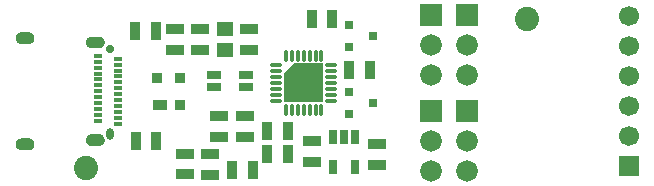
<source format=gts>
G04*
G04 #@! TF.GenerationSoftware,Altium Limited,Altium Designer,24.5.2 (23)*
G04*
G04 Layer_Color=8388736*
%FSLAX44Y44*%
%MOMM*%
G71*
G04*
G04 #@! TF.SameCoordinates,9FA06DDC-EE1A-4C11-919B-283D28216CD9*
G04*
G04*
G04 #@! TF.FilePolarity,Negative*
G04*
G01*
G75*
%ADD30R,0.7508X0.3508*%
%ADD31O,1.0508X0.3008*%
%ADD32O,0.3008X1.0508*%
%ADD33R,0.9500X1.6000*%
%ADD34R,1.6000X0.9500*%
%ADD35R,0.7008X1.3008*%
%ADD36R,1.4016X1.2016*%
%ADD37R,1.1508X0.6508*%
%ADD38R,0.8128X0.8128*%
%ADD39R,1.2192X0.8128*%
%ADD40R,0.7508X0.6508*%
%ADD41O,1.5000X0.9000*%
%ADD42O,0.7008X1.0008*%
%ADD43C,0.7008*%
%ADD44C,1.7008*%
%ADD45R,1.7008X1.7008*%
%ADD46C,1.8288*%
%ADD47R,1.8288X1.8288*%
%ADD48C,2.0508*%
G36*
X353662Y831293D02*
X353923Y831273D01*
X354182Y831238D01*
X354440Y831191D01*
X354694Y831130D01*
X354945Y831055D01*
X355192Y830968D01*
X355434Y830868D01*
X355670Y830755D01*
X355900Y830630D01*
X356123Y830493D01*
X356339Y830345D01*
X356547Y830186D01*
X356746Y830016D01*
X356936Y829836D01*
X357116Y829646D01*
X357286Y829447D01*
X357445Y829239D01*
X357593Y829023D01*
X357730Y828800D01*
X357855Y828570D01*
X357968Y828334D01*
X358068Y828092D01*
X358155Y827845D01*
X358230Y827594D01*
X358291Y827339D01*
X358339Y827082D01*
X358373Y826823D01*
X358393Y826562D01*
X358400Y826300D01*
X358393Y826038D01*
X358373Y825777D01*
X358338Y825518D01*
X358291Y825260D01*
X358230Y825006D01*
X358155Y824755D01*
X358068Y824508D01*
X357968Y824266D01*
X357855Y824030D01*
X357730Y823800D01*
X357593Y823577D01*
X357445Y823361D01*
X357286Y823153D01*
X357116Y822954D01*
X356936Y822764D01*
X356746Y822584D01*
X356547Y822414D01*
X356339Y822255D01*
X356123Y822107D01*
X355900Y821970D01*
X355670Y821845D01*
X355434Y821732D01*
X355192Y821632D01*
X354945Y821545D01*
X354694Y821470D01*
X354440Y821409D01*
X354182Y821361D01*
X353923Y821327D01*
X353662Y821307D01*
X353400Y821300D01*
X347400D01*
X347138Y821307D01*
X346877Y821327D01*
X346618Y821361D01*
X346360Y821409D01*
X346106Y821470D01*
X345855Y821545D01*
X345608Y821632D01*
X345366Y821732D01*
X345130Y821845D01*
X344900Y821970D01*
X344677Y822107D01*
X344461Y822255D01*
X344253Y822414D01*
X344054Y822584D01*
X343865Y822764D01*
X343684Y822954D01*
X343514Y823153D01*
X343355Y823361D01*
X343207Y823577D01*
X343070Y823800D01*
X342945Y824030D01*
X342832Y824266D01*
X342732Y824508D01*
X342645Y824755D01*
X342570Y825006D01*
X342509Y825260D01*
X342462Y825518D01*
X342427Y825777D01*
X342407Y826038D01*
X342400Y826300D01*
X342407Y826562D01*
X342427Y826823D01*
X342462Y827082D01*
X342509Y827339D01*
X342570Y827594D01*
X342645Y827845D01*
X342732Y828092D01*
X342832Y828334D01*
X342945Y828570D01*
X343070Y828800D01*
X343207Y829023D01*
X343355Y829239D01*
X343514Y829447D01*
X343684Y829646D01*
X343865Y829836D01*
X344054Y830016D01*
X344253Y830186D01*
X344461Y830345D01*
X344677Y830493D01*
X344900Y830630D01*
X345130Y830755D01*
X345366Y830868D01*
X345608Y830968D01*
X345855Y831055D01*
X346106Y831130D01*
X346360Y831191D01*
X346618Y831238D01*
X346877Y831273D01*
X347138Y831293D01*
X347400Y831300D01*
X350400Y831300D01*
X353400Y831300D01*
X353662Y831293D01*
D02*
G37*
G36*
X294162Y834893D02*
X294423Y834873D01*
X294682Y834838D01*
X294939Y834791D01*
X295194Y834730D01*
X295445Y834655D01*
X295692Y834568D01*
X295934Y834468D01*
X296170Y834355D01*
X296400Y834230D01*
X296623Y834093D01*
X296839Y833945D01*
X297047Y833786D01*
X297246Y833616D01*
X297435Y833436D01*
X297616Y833246D01*
X297786Y833047D01*
X297945Y832839D01*
X298093Y832623D01*
X298230Y832400D01*
X298355Y832170D01*
X298468Y831934D01*
X298568Y831692D01*
X298655Y831445D01*
X298730Y831194D01*
X298791Y830939D01*
X298838Y830682D01*
X298873Y830423D01*
X298893Y830162D01*
X298900Y829900D01*
X298893Y829638D01*
X298873Y829377D01*
X298838Y829118D01*
X298791Y828860D01*
X298730Y828606D01*
X298655Y828355D01*
X298568Y828108D01*
X298468Y827866D01*
X298355Y827630D01*
X298230Y827400D01*
X298093Y827177D01*
X297945Y826961D01*
X297786Y826753D01*
X297616Y826554D01*
X297435Y826364D01*
X297246Y826184D01*
X297047Y826014D01*
X296839Y825855D01*
X296623Y825707D01*
X296400Y825570D01*
X296170Y825445D01*
X295934Y825332D01*
X295692Y825232D01*
X295445Y825145D01*
X295194Y825070D01*
X294940Y825009D01*
X294682Y824961D01*
X294423Y824927D01*
X294162Y824907D01*
X293900Y824900D01*
X287900D01*
X287638Y824907D01*
X287377Y824927D01*
X287118Y824961D01*
X286861Y825009D01*
X286606Y825070D01*
X286355Y825145D01*
X286108Y825232D01*
X285866Y825332D01*
X285630Y825445D01*
X285400Y825570D01*
X285177Y825707D01*
X284961Y825855D01*
X284753Y826014D01*
X284554Y826184D01*
X284364Y826364D01*
X284184Y826554D01*
X284014Y826753D01*
X283855Y826961D01*
X283707Y827177D01*
X283570Y827400D01*
X283445Y827630D01*
X283332Y827866D01*
X283232Y828108D01*
X283145Y828355D01*
X283070Y828606D01*
X283009Y828860D01*
X282962Y829118D01*
X282927Y829377D01*
X282907Y829638D01*
X282900Y829900D01*
X282907Y830162D01*
X282927Y830423D01*
X282962Y830682D01*
X283009Y830939D01*
X283070Y831194D01*
X283145Y831445D01*
X283232Y831692D01*
X283332Y831934D01*
X283445Y832170D01*
X283570Y832400D01*
X283707Y832623D01*
X283855Y832839D01*
X284014Y833047D01*
X284184Y833246D01*
X284364Y833436D01*
X284554Y833616D01*
X284753Y833786D01*
X284961Y833945D01*
X285177Y834093D01*
X285400Y834230D01*
X285630Y834355D01*
X285866Y834468D01*
X286108Y834568D01*
X286355Y834655D01*
X286606Y834730D01*
X286860Y834791D01*
X287118Y834838D01*
X287377Y834873D01*
X287638Y834893D01*
X287900Y834900D01*
X293900D01*
X294162Y834893D01*
D02*
G37*
G36*
X543166Y808497D02*
X543228Y808472D01*
X543281Y808431D01*
X543322Y808378D01*
X543348Y808316D01*
X543356Y808250D01*
Y775750D01*
X543348Y775684D01*
X543322Y775622D01*
X543281Y775569D01*
X543228Y775528D01*
X543166Y775503D01*
X543100Y775494D01*
X510600Y775494D01*
X510534Y775503D01*
X510472Y775528D01*
X510419Y775569D01*
X510378Y775622D01*
X510353Y775684D01*
X510344Y775750D01*
X510344Y800125D01*
X510353Y800191D01*
X510368Y800228D01*
X510378Y800253D01*
X510419Y800306D01*
X518544Y808431D01*
X518597Y808472D01*
X518641Y808490D01*
X518659Y808497D01*
X518725Y808506D01*
X543100D01*
X543166Y808497D01*
D02*
G37*
G36*
X353662Y748693D02*
X353923Y748672D01*
X354182Y748638D01*
X354440Y748591D01*
X354694Y748530D01*
X354945Y748455D01*
X355192Y748368D01*
X355434Y748268D01*
X355670Y748155D01*
X355900Y748030D01*
X356123Y747893D01*
X356339Y747745D01*
X356547Y747586D01*
X356746Y747416D01*
X356936Y747235D01*
X357116Y747046D01*
X357286Y746847D01*
X357445Y746639D01*
X357593Y746423D01*
X357730Y746200D01*
X357855Y745970D01*
X357968Y745734D01*
X358068Y745492D01*
X358155Y745245D01*
X358230Y744994D01*
X358291Y744740D01*
X358339Y744482D01*
X358373Y744223D01*
X358393Y743962D01*
X358400Y743700D01*
X358393Y743438D01*
X358373Y743177D01*
X358339Y742918D01*
X358291Y742660D01*
X358230Y742406D01*
X358155Y742155D01*
X358068Y741908D01*
X357968Y741666D01*
X357855Y741430D01*
X357730Y741200D01*
X357593Y740977D01*
X357445Y740761D01*
X357286Y740553D01*
X357116Y740354D01*
X356936Y740164D01*
X356746Y739984D01*
X356547Y739814D01*
X356339Y739655D01*
X356123Y739507D01*
X355900Y739370D01*
X355670Y739245D01*
X355434Y739132D01*
X355192Y739032D01*
X354945Y738945D01*
X354694Y738870D01*
X354440Y738809D01*
X354182Y738762D01*
X353923Y738727D01*
X353662Y738707D01*
X353400Y738700D01*
X347400D01*
X347138Y738707D01*
X346877Y738727D01*
X346618Y738762D01*
X346360Y738809D01*
X346106Y738870D01*
X345855Y738945D01*
X345608Y739032D01*
X345366Y739132D01*
X345130Y739245D01*
X344900Y739370D01*
X344677Y739507D01*
X344461Y739655D01*
X344253Y739814D01*
X344054Y739984D01*
X343865Y740164D01*
X343684Y740354D01*
X343514Y740553D01*
X343355Y740761D01*
X343207Y740977D01*
X343070Y741200D01*
X342945Y741430D01*
X342832Y741666D01*
X342732Y741908D01*
X342645Y742155D01*
X342570Y742406D01*
X342509Y742660D01*
X342462Y742918D01*
X342427Y743177D01*
X342407Y743438D01*
X342400Y743700D01*
X342407Y743962D01*
X342427Y744223D01*
X342462Y744482D01*
X342509Y744740D01*
X342570Y744994D01*
X342645Y745245D01*
X342732Y745492D01*
X342832Y745734D01*
X342945Y745970D01*
X343070Y746200D01*
X343207Y746423D01*
X343355Y746639D01*
X343514Y746847D01*
X343684Y747046D01*
X343865Y747235D01*
X344054Y747416D01*
X344253Y747586D01*
X344461Y747745D01*
X344677Y747893D01*
X344900Y748030D01*
X345130Y748155D01*
X345366Y748268D01*
X345608Y748368D01*
X345855Y748455D01*
X346106Y748530D01*
X346360Y748591D01*
X346618Y748638D01*
X346877Y748672D01*
X347138Y748693D01*
X347400Y748700D01*
X353400D01*
X353662Y748693D01*
D02*
G37*
G36*
X294162Y745093D02*
X294423Y745072D01*
X294682Y745038D01*
X294940Y744991D01*
X295194Y744930D01*
X295445Y744855D01*
X295692Y744768D01*
X295934Y744668D01*
X296170Y744555D01*
X296400Y744430D01*
X296623Y744293D01*
X296839Y744145D01*
X297047Y743986D01*
X297246Y743816D01*
X297435Y743635D01*
X297616Y743446D01*
X297786Y743247D01*
X297945Y743039D01*
X298093Y742823D01*
X298230Y742600D01*
X298355Y742370D01*
X298468Y742134D01*
X298568Y741892D01*
X298655Y741645D01*
X298730Y741394D01*
X298791Y741140D01*
X298838Y740882D01*
X298873Y740623D01*
X298893Y740362D01*
X298900Y740100D01*
X298893Y739838D01*
X298873Y739577D01*
X298838Y739318D01*
X298791Y739060D01*
X298730Y738806D01*
X298655Y738555D01*
X298568Y738308D01*
X298468Y738066D01*
X298355Y737830D01*
X298230Y737600D01*
X298093Y737377D01*
X297945Y737161D01*
X297786Y736953D01*
X297616Y736754D01*
X297435Y736564D01*
X297246Y736384D01*
X297047Y736214D01*
X296839Y736055D01*
X296623Y735907D01*
X296400Y735770D01*
X296170Y735645D01*
X295934Y735532D01*
X295692Y735432D01*
X295445Y735345D01*
X295194Y735270D01*
X294940Y735209D01*
X294682Y735162D01*
X294423Y735127D01*
X294162Y735107D01*
X293900Y735100D01*
X287900D01*
X287638Y735107D01*
X287377Y735127D01*
X287118Y735162D01*
X286861Y735209D01*
X286606Y735270D01*
X286355Y735345D01*
X286108Y735432D01*
X285866Y735532D01*
X285630Y735645D01*
X285400Y735770D01*
X285177Y735907D01*
X284961Y736055D01*
X284753Y736214D01*
X284554Y736384D01*
X284364Y736564D01*
X284184Y736754D01*
X284014Y736953D01*
X283855Y737161D01*
X283707Y737377D01*
X283570Y737600D01*
X283445Y737830D01*
X283332Y738066D01*
X283232Y738308D01*
X283145Y738555D01*
X283070Y738806D01*
X283009Y739060D01*
X282962Y739318D01*
X282927Y739577D01*
X282907Y739838D01*
X282900Y740100D01*
X282907Y740362D01*
X282927Y740623D01*
X282962Y740882D01*
X283009Y741140D01*
X283070Y741394D01*
X283145Y741645D01*
X283232Y741892D01*
X283332Y742134D01*
X283445Y742370D01*
X283570Y742600D01*
X283707Y742823D01*
X283855Y743039D01*
X284014Y743247D01*
X284184Y743446D01*
X284364Y743635D01*
X284554Y743816D01*
X284753Y743986D01*
X284961Y744145D01*
X285177Y744293D01*
X285400Y744430D01*
X285630Y744555D01*
X285866Y744668D01*
X286108Y744768D01*
X286355Y744855D01*
X286606Y744930D01*
X286861Y744991D01*
X287118Y745038D01*
X287377Y745073D01*
X287638Y745093D01*
X287900Y745100D01*
X293900D01*
X294162Y745093D01*
D02*
G37*
D30*
X369500Y757500D02*
D03*
Y762500D02*
D03*
Y767500D02*
D03*
Y777500D02*
D03*
X369500Y782500D02*
D03*
Y787500D02*
D03*
X369500Y792500D02*
D03*
Y802500D02*
D03*
Y807500D02*
D03*
X352500Y815000D02*
D03*
Y810000D02*
D03*
Y805000D02*
D03*
X352500Y795000D02*
D03*
X352500Y790000D02*
D03*
Y785000D02*
D03*
Y780000D02*
D03*
Y770000D02*
D03*
Y765000D02*
D03*
Y760000D02*
D03*
X369500Y812500D02*
D03*
X352500Y800000D02*
D03*
X369500Y797500D02*
D03*
X352500Y775000D02*
D03*
X369500Y772500D02*
D03*
D31*
X503600Y807000D02*
D03*
Y802000D02*
D03*
Y797000D02*
D03*
Y792000D02*
D03*
Y787000D02*
D03*
Y782000D02*
D03*
Y777000D02*
D03*
X550100D02*
D03*
Y782000D02*
D03*
Y787000D02*
D03*
Y792000D02*
D03*
Y797000D02*
D03*
Y802000D02*
D03*
Y807000D02*
D03*
D32*
X511850Y768750D02*
D03*
X516850D02*
D03*
X521850D02*
D03*
X526850D02*
D03*
X531850D02*
D03*
X536850D02*
D03*
X541850D02*
D03*
Y815250D02*
D03*
X536850D02*
D03*
X531850D02*
D03*
X526850D02*
D03*
X521850D02*
D03*
X516850D02*
D03*
X511850D02*
D03*
D33*
X496100Y751000D02*
D03*
X513600Y751000D02*
D03*
X383859Y835746D02*
D03*
X401359Y835746D02*
D03*
X384470Y743090D02*
D03*
X401970Y743090D02*
D03*
X513600Y732250D02*
D03*
X496100Y732250D02*
D03*
X466250Y718500D02*
D03*
X483750Y718500D02*
D03*
X551040Y845820D02*
D03*
X533540Y845820D02*
D03*
X582850Y803000D02*
D03*
X565350Y803000D02*
D03*
D34*
X533600Y742750D02*
D03*
X533600Y725250D02*
D03*
X588600Y722750D02*
D03*
Y740250D02*
D03*
X439000Y837500D02*
D03*
Y820000D02*
D03*
X426500Y732250D02*
D03*
Y714750D02*
D03*
X447250Y732000D02*
D03*
Y714500D02*
D03*
X477500Y763750D02*
D03*
Y746250D02*
D03*
X455000Y763750D02*
D03*
Y746250D02*
D03*
X480750Y837500D02*
D03*
X480750Y820000D02*
D03*
X418000Y837500D02*
D03*
Y820000D02*
D03*
D35*
X570250Y721000D02*
D03*
X551450D02*
D03*
Y746000D02*
D03*
X560850Y746000D02*
D03*
X570250Y746000D02*
D03*
D36*
X460250Y819610D02*
D03*
Y837390D02*
D03*
D37*
X478250Y788750D02*
D03*
X451250D02*
D03*
Y798750D02*
D03*
X478250D02*
D03*
D38*
X421997Y796256D02*
D03*
Y773396D02*
D03*
X402693Y796256D02*
D03*
D39*
X404979Y773396D02*
D03*
D40*
X565100Y841500D02*
D03*
X585100Y832000D02*
D03*
X565100Y822500D02*
D03*
Y784500D02*
D03*
X585100Y775000D02*
D03*
X565100Y765500D02*
D03*
D41*
X290900Y740100D02*
D03*
X290900Y829900D02*
D03*
X350400Y826300D02*
D03*
X350400Y743700D02*
D03*
D42*
X362900Y749000D02*
D03*
D43*
Y821000D02*
D03*
D44*
X802160Y848500D02*
D03*
Y823100D02*
D03*
Y797700D02*
D03*
Y772300D02*
D03*
Y746900D02*
D03*
D45*
Y721500D02*
D03*
D46*
X634520Y824370D02*
D03*
X665000Y743090D02*
D03*
Y717690D02*
D03*
X634520Y798970D02*
D03*
X665000Y824370D02*
D03*
Y798970D02*
D03*
X634520Y743090D02*
D03*
Y717690D02*
D03*
D47*
X665000Y768490D02*
D03*
X634520Y849770D02*
D03*
X665000D02*
D03*
X634520Y768490D02*
D03*
D48*
X715800Y845960D02*
D03*
X342500Y720000D02*
D03*
M02*

</source>
